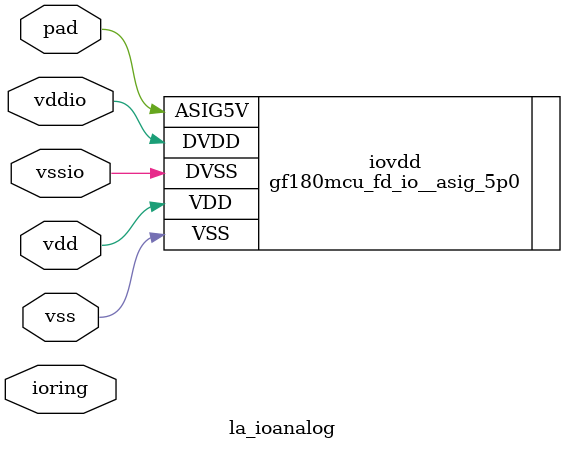
<source format=v>
module la_ioanalog
  #(
    parameter TYPE = "DEFAULT" // cell type
    )
   (// io pad signals
    inout 	pad, // bidirectional pad signal
    inout 	vdd, // core supply
    inout 	vss, // core ground
    inout 	vddio, // io supply
    inout 	vssio, // io ground
    inout [7:0] ioring // generic io-ring interface
    );

   gf180mcu_fd_io__asig_5p0
     iovdd (.ASIG5V(pad),
	    .DVDD(vddio),
	    .DVSS(vssio),
	    .VDD(vdd),
	    .VSS(vss));

endmodule

</source>
